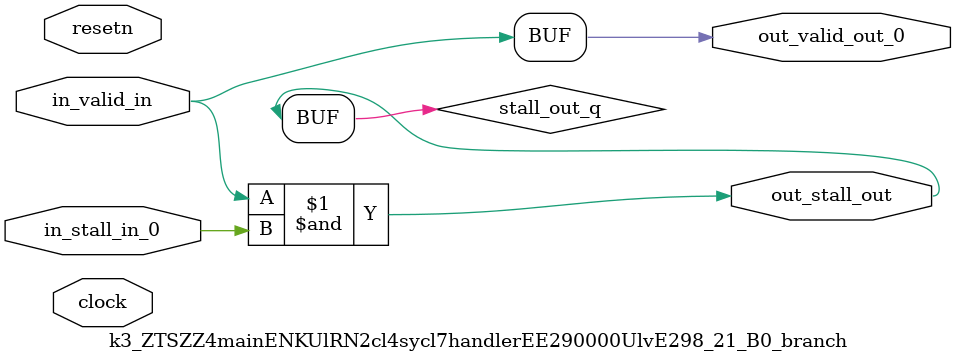
<source format=sv>



(* altera_attribute = "-name AUTO_SHIFT_REGISTER_RECOGNITION OFF; -name MESSAGE_DISABLE 10036; -name MESSAGE_DISABLE 10037; -name MESSAGE_DISABLE 14130; -name MESSAGE_DISABLE 14320; -name MESSAGE_DISABLE 15400; -name MESSAGE_DISABLE 14130; -name MESSAGE_DISABLE 10036; -name MESSAGE_DISABLE 12020; -name MESSAGE_DISABLE 12030; -name MESSAGE_DISABLE 12010; -name MESSAGE_DISABLE 12110; -name MESSAGE_DISABLE 14320; -name MESSAGE_DISABLE 13410; -name MESSAGE_DISABLE 113007; -name MESSAGE_DISABLE 10958" *)
module k3_ZTSZZ4mainENKUlRN2cl4sycl7handlerEE290000UlvE298_21_B0_branch (
    input wire [0:0] in_stall_in_0,
    input wire [0:0] in_valid_in,
    output wire [0:0] out_stall_out,
    output wire [0:0] out_valid_out_0,
    input wire clock,
    input wire resetn
    );

    wire [0:0] stall_out_q;


    // stall_out(LOGICAL,6)
    assign stall_out_q = in_valid_in & in_stall_in_0;

    // out_stall_out(GPOUT,4)
    assign out_stall_out = stall_out_q;

    // out_valid_out_0(GPOUT,5)
    assign out_valid_out_0 = in_valid_in;

endmodule

</source>
